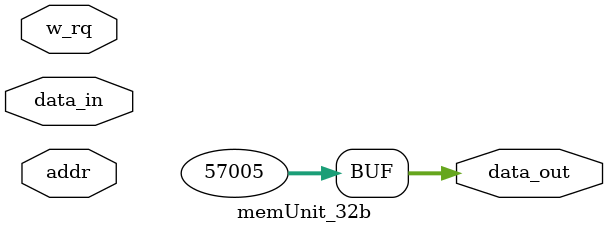
<source format=v>
`timescale 1ns/1ps
module memUnit_32b(addr, data_in, data_out, w_rq);
    parameter size = 32;
    // Specifying the ports
    input [size-1:0] addr;
    input [size-1:0] data_in;
    output [size-1:0] data_out;
    input w_rq;
    
    assign data_out = 32'hdead;
    // ALERT: This module is an unimplemented place holder.
endmodule


</source>
